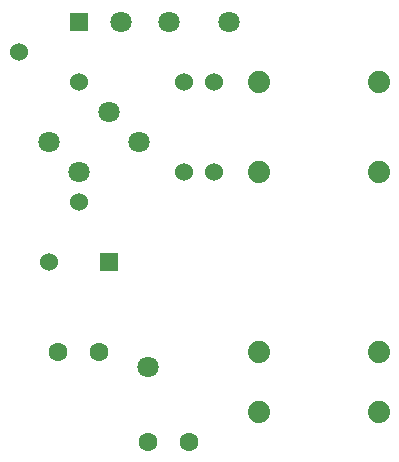
<source format=gbl>
G04 Layer: BottomLayer*
G04 EasyEDA v6.5.22, 2023-04-11 18:51:13*
G04 Gerber Generator version 0.2*
G04 Scale: 100 percent, Rotated: No, Reflected: No *
G04 Dimensions in millimeters *
G04 leading zeros omitted , absolute positions ,4 integer and 5 decimal *
%FSLAX45Y45*%
%MOMM*%

%ADD10C,1.6000*%
%ADD11C,1.5240*%
%ADD12R,1.5240X1.5240*%
%ADD13C,1.8796*%
%ADD14C,1.8000*%

%LPD*%
D10*
G01*
X1348981Y-5080000D03*
G01*
X1698993Y-5080000D03*
G01*
X2110978Y-5841997D03*
G01*
X2460990Y-5841997D03*
D11*
G01*
X2666994Y-2793994D03*
G01*
X2412994Y-2793994D03*
G01*
X2666994Y-3555992D03*
G01*
X2412994Y-3555992D03*
G01*
X1523997Y-2793994D03*
G01*
X1015997Y-2539994D03*
D12*
G01*
X1523997Y-2285994D03*
D11*
G01*
X1269997Y-4317992D03*
G01*
X1523997Y-3809992D03*
D12*
G01*
X1777997Y-4317992D03*
D13*
G01*
X3047992Y-2793994D03*
G01*
X4063992Y-2793994D03*
G01*
X3047992Y-3555992D03*
G01*
X4063992Y-3555992D03*
G01*
X4063992Y-5079989D03*
G01*
X3047992Y-5079989D03*
G01*
X4063992Y-5587989D03*
G01*
X3047992Y-5587989D03*
D14*
G01*
X1269997Y-3301992D03*
G01*
X2031994Y-3301992D03*
G01*
X1777997Y-3047994D03*
G01*
X1879597Y-2285994D03*
G01*
X2285994Y-2285994D03*
G01*
X2793994Y-2285994D03*
G01*
X1524000Y-3555984D03*
G01*
X2108194Y-5206989D03*
M02*

</source>
